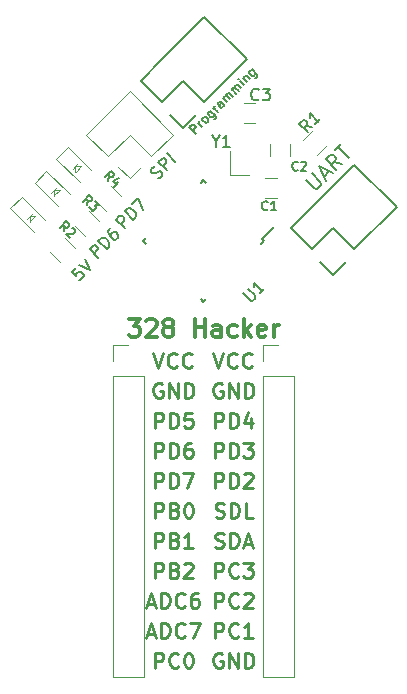
<source format=gto>
G04 #@! TF.GenerationSoftware,KiCad,Pcbnew,5.0.2-bee76a0~70~ubuntu18.04.1*
G04 #@! TF.CreationDate,2019-11-24T20:15:07-05:00*
G04 #@! TF.ProjectId,328_Hacker,3332385f-4861-4636-9b65-722e6b696361,rev?*
G04 #@! TF.SameCoordinates,Original*
G04 #@! TF.FileFunction,Legend,Top*
G04 #@! TF.FilePolarity,Positive*
%FSLAX46Y46*%
G04 Gerber Fmt 4.6, Leading zero omitted, Abs format (unit mm)*
G04 Created by KiCad (PCBNEW 5.0.2-bee76a0~70~ubuntu18.04.1) date Sun 24 Nov 2019 08:15:07 PM EST*
%MOMM*%
%LPD*%
G01*
G04 APERTURE LIST*
%ADD10C,0.203200*%
%ADD11C,0.152400*%
%ADD12C,0.300000*%
%ADD13C,0.254000*%
%ADD14C,0.150000*%
%ADD15C,0.120000*%
%ADD16C,0.100000*%
%ADD17C,0.127000*%
G04 APERTURE END LIST*
D10*
X78502219Y-45593988D02*
X79229192Y-46320961D01*
X79357481Y-46363724D01*
X79443008Y-46363724D01*
X79571297Y-46320961D01*
X79742350Y-46149909D01*
X79785113Y-46021619D01*
X79785113Y-45936093D01*
X79742350Y-45807804D01*
X79015376Y-45080831D01*
X80041691Y-45337409D02*
X80469323Y-44909778D01*
X80212744Y-45679514D02*
X79614060Y-44482147D01*
X80811428Y-45080831D01*
X81623927Y-44268331D02*
X80896954Y-44140042D01*
X81110769Y-44781489D02*
X80212744Y-43883463D01*
X80554849Y-43541358D01*
X80683138Y-43498595D01*
X80768664Y-43498595D01*
X80896954Y-43541358D01*
X81025243Y-43669648D01*
X81068006Y-43797937D01*
X81068006Y-43883463D01*
X81025243Y-44011753D01*
X80683138Y-44353858D01*
X80982480Y-43113727D02*
X81495638Y-42600570D01*
X82137084Y-43755174D02*
X81239059Y-42857148D01*
D11*
X63179366Y-49713232D02*
X62460946Y-48994812D01*
X62734630Y-48721128D01*
X62837261Y-48686917D01*
X62905682Y-48686917D01*
X63008314Y-48721128D01*
X63110945Y-48823759D01*
X63145156Y-48926391D01*
X63145156Y-48994812D01*
X63110945Y-49097443D01*
X62837261Y-49371127D01*
X63897787Y-48994812D02*
X63179366Y-48276391D01*
X63350419Y-48105339D01*
X63487261Y-48036918D01*
X63624103Y-48036918D01*
X63726734Y-48071128D01*
X63897787Y-48173760D01*
X64000418Y-48276391D01*
X64103050Y-48447444D01*
X64137260Y-48550075D01*
X64137260Y-48686917D01*
X64068839Y-48823759D01*
X63897787Y-48994812D01*
X63829366Y-47626392D02*
X64308313Y-47147445D01*
X64718839Y-48173760D01*
X60939086Y-52197352D02*
X60220666Y-51478932D01*
X60494350Y-51205248D01*
X60596981Y-51171037D01*
X60665402Y-51171037D01*
X60768034Y-51205248D01*
X60870665Y-51307879D01*
X60904876Y-51410511D01*
X60904876Y-51478932D01*
X60870665Y-51581563D01*
X60596981Y-51855247D01*
X61657507Y-51478932D02*
X60939086Y-50760511D01*
X61110139Y-50589459D01*
X61246981Y-50521038D01*
X61383823Y-50521038D01*
X61486454Y-50555248D01*
X61657507Y-50657880D01*
X61760138Y-50760511D01*
X61862770Y-50931564D01*
X61896980Y-51034195D01*
X61896980Y-51171037D01*
X61828559Y-51307879D01*
X61657507Y-51478932D01*
X61965401Y-49734196D02*
X61828559Y-49871038D01*
X61794349Y-49973670D01*
X61794349Y-50042091D01*
X61828559Y-50213143D01*
X61931191Y-50384196D01*
X62204875Y-50657880D01*
X62307506Y-50692090D01*
X62375927Y-50692090D01*
X62478559Y-50657880D01*
X62615401Y-50521038D01*
X62649611Y-50418406D01*
X62649611Y-50349985D01*
X62615401Y-50247354D01*
X62444348Y-50076301D01*
X62341717Y-50042091D01*
X62273296Y-50042091D01*
X62170664Y-50076301D01*
X62033822Y-50213143D01*
X61999612Y-50315775D01*
X61999612Y-50384196D01*
X62033822Y-50486827D01*
D12*
X63528571Y-57395371D02*
X64457142Y-57395371D01*
X63957142Y-57966800D01*
X64171428Y-57966800D01*
X64314285Y-58038228D01*
X64385714Y-58109657D01*
X64457142Y-58252514D01*
X64457142Y-58609657D01*
X64385714Y-58752514D01*
X64314285Y-58823942D01*
X64171428Y-58895371D01*
X63742857Y-58895371D01*
X63600000Y-58823942D01*
X63528571Y-58752514D01*
X65028571Y-57538228D02*
X65100000Y-57466800D01*
X65242857Y-57395371D01*
X65600000Y-57395371D01*
X65742857Y-57466800D01*
X65814285Y-57538228D01*
X65885714Y-57681085D01*
X65885714Y-57823942D01*
X65814285Y-58038228D01*
X64957142Y-58895371D01*
X65885714Y-58895371D01*
X66742857Y-58038228D02*
X66600000Y-57966800D01*
X66528571Y-57895371D01*
X66457142Y-57752514D01*
X66457142Y-57681085D01*
X66528571Y-57538228D01*
X66600000Y-57466800D01*
X66742857Y-57395371D01*
X67028571Y-57395371D01*
X67171428Y-57466800D01*
X67242857Y-57538228D01*
X67314285Y-57681085D01*
X67314285Y-57752514D01*
X67242857Y-57895371D01*
X67171428Y-57966800D01*
X67028571Y-58038228D01*
X66742857Y-58038228D01*
X66600000Y-58109657D01*
X66528571Y-58181085D01*
X66457142Y-58323942D01*
X66457142Y-58609657D01*
X66528571Y-58752514D01*
X66600000Y-58823942D01*
X66742857Y-58895371D01*
X67028571Y-58895371D01*
X67171428Y-58823942D01*
X67242857Y-58752514D01*
X67314285Y-58609657D01*
X67314285Y-58323942D01*
X67242857Y-58181085D01*
X67171428Y-58109657D01*
X67028571Y-58038228D01*
X69100000Y-58895371D02*
X69100000Y-57395371D01*
X69100000Y-58109657D02*
X69957142Y-58109657D01*
X69957142Y-58895371D02*
X69957142Y-57395371D01*
X71314285Y-58895371D02*
X71314285Y-58109657D01*
X71242857Y-57966800D01*
X71100000Y-57895371D01*
X70814285Y-57895371D01*
X70671428Y-57966800D01*
X71314285Y-58823942D02*
X71171428Y-58895371D01*
X70814285Y-58895371D01*
X70671428Y-58823942D01*
X70600000Y-58681085D01*
X70600000Y-58538228D01*
X70671428Y-58395371D01*
X70814285Y-58323942D01*
X71171428Y-58323942D01*
X71314285Y-58252514D01*
X72671428Y-58823942D02*
X72528571Y-58895371D01*
X72242857Y-58895371D01*
X72100000Y-58823942D01*
X72028571Y-58752514D01*
X71957142Y-58609657D01*
X71957142Y-58181085D01*
X72028571Y-58038228D01*
X72100000Y-57966800D01*
X72242857Y-57895371D01*
X72528571Y-57895371D01*
X72671428Y-57966800D01*
X73314285Y-58895371D02*
X73314285Y-57395371D01*
X73457142Y-58323942D02*
X73885714Y-58895371D01*
X73885714Y-57895371D02*
X73314285Y-58466800D01*
X75100000Y-58823942D02*
X74957142Y-58895371D01*
X74671428Y-58895371D01*
X74528571Y-58823942D01*
X74457142Y-58681085D01*
X74457142Y-58109657D01*
X74528571Y-57966800D01*
X74671428Y-57895371D01*
X74957142Y-57895371D01*
X75100000Y-57966800D01*
X75171428Y-58109657D01*
X75171428Y-58252514D01*
X74457142Y-58395371D01*
X75814285Y-58895371D02*
X75814285Y-57895371D01*
X75814285Y-58181085D02*
X75885714Y-58038228D01*
X75957142Y-57966800D01*
X76100000Y-57895371D01*
X76242857Y-57895371D01*
D11*
X59080756Y-53048888D02*
X58738651Y-53390993D01*
X59046545Y-53767308D01*
X59046545Y-53698887D01*
X59080756Y-53596256D01*
X59251808Y-53425203D01*
X59354440Y-53390993D01*
X59422861Y-53390993D01*
X59525492Y-53425203D01*
X59696545Y-53596256D01*
X59730755Y-53698887D01*
X59730755Y-53767308D01*
X59696545Y-53869940D01*
X59525492Y-54040992D01*
X59422861Y-54075203D01*
X59354440Y-54075203D01*
X59320229Y-52809414D02*
X60278123Y-53288361D01*
X59799176Y-52330467D01*
D10*
X66001663Y-45501714D02*
X66138505Y-45433293D01*
X66309558Y-45262241D01*
X66343768Y-45159609D01*
X66343768Y-45091188D01*
X66309558Y-44988557D01*
X66241137Y-44920136D01*
X66138505Y-44885925D01*
X66070084Y-44885925D01*
X65967453Y-44920136D01*
X65796400Y-45022767D01*
X65693769Y-45056978D01*
X65625348Y-45056978D01*
X65522716Y-45022767D01*
X65454295Y-44954346D01*
X65420085Y-44851715D01*
X65420085Y-44783294D01*
X65454295Y-44680662D01*
X65625348Y-44509610D01*
X65762190Y-44441189D01*
X66754294Y-44817504D02*
X66035874Y-44099084D01*
X66309558Y-43825400D01*
X66412189Y-43791190D01*
X66480610Y-43791190D01*
X66583241Y-43825400D01*
X66685873Y-43928032D01*
X66720083Y-44030663D01*
X66720083Y-44099084D01*
X66685873Y-44201716D01*
X66412189Y-44475400D01*
X67472714Y-44099084D02*
X66754294Y-43380664D01*
D11*
X69207160Y-41711919D02*
X68668344Y-41173104D01*
X68873607Y-40967841D01*
X68950581Y-40942183D01*
X69001897Y-40942183D01*
X69078870Y-40967841D01*
X69155844Y-41044814D01*
X69181502Y-41121788D01*
X69181502Y-41173104D01*
X69155844Y-41250077D01*
X68950581Y-41455340D01*
X69745975Y-41173104D02*
X69386765Y-40813893D01*
X69489396Y-40916525D02*
X69463738Y-40839551D01*
X69463738Y-40788235D01*
X69489396Y-40711262D01*
X69540712Y-40659946D01*
X70156501Y-40762578D02*
X70079527Y-40788235D01*
X70028212Y-40788235D01*
X69951238Y-40762578D01*
X69797291Y-40608630D01*
X69771633Y-40531657D01*
X69771633Y-40480341D01*
X69797291Y-40403367D01*
X69874264Y-40326394D01*
X69951238Y-40300736D01*
X70002554Y-40300736D01*
X70079527Y-40326394D01*
X70233475Y-40480341D01*
X70259133Y-40557315D01*
X70259133Y-40608630D01*
X70233475Y-40685604D01*
X70156501Y-40762578D01*
X70438738Y-39761920D02*
X70874922Y-40198104D01*
X70900579Y-40275078D01*
X70900579Y-40326394D01*
X70874922Y-40403367D01*
X70797948Y-40480341D01*
X70720974Y-40505999D01*
X70772290Y-40095473D02*
X70746632Y-40172446D01*
X70644001Y-40275078D01*
X70567027Y-40300736D01*
X70515711Y-40300736D01*
X70438738Y-40275078D01*
X70284790Y-40121131D01*
X70259133Y-40044157D01*
X70259133Y-39992841D01*
X70284790Y-39915868D01*
X70387422Y-39813236D01*
X70464396Y-39787578D01*
X71054527Y-39864552D02*
X70695316Y-39505342D01*
X70797948Y-39607973D02*
X70772290Y-39531000D01*
X70772290Y-39479684D01*
X70797948Y-39402710D01*
X70849264Y-39351394D01*
X71619000Y-39300079D02*
X71336763Y-39017842D01*
X71259790Y-38992184D01*
X71182816Y-39017842D01*
X71080185Y-39120474D01*
X71054527Y-39197447D01*
X71593342Y-39274421D02*
X71567684Y-39351394D01*
X71439395Y-39479684D01*
X71362421Y-39505342D01*
X71285448Y-39479684D01*
X71234132Y-39428368D01*
X71208474Y-39351394D01*
X71234132Y-39274421D01*
X71362421Y-39146131D01*
X71388079Y-39069158D01*
X71875579Y-39043500D02*
X71516368Y-38684290D01*
X71567684Y-38735605D02*
X71567684Y-38684290D01*
X71593342Y-38607316D01*
X71670316Y-38530342D01*
X71747289Y-38504685D01*
X71824263Y-38530342D01*
X72106500Y-38812579D01*
X71824263Y-38530342D02*
X71798605Y-38453369D01*
X71824263Y-38376395D01*
X71901237Y-38299422D01*
X71978210Y-38273764D01*
X72055184Y-38299422D01*
X72337420Y-38581658D01*
X72593999Y-38325079D02*
X72234789Y-37965869D01*
X72286105Y-38017185D02*
X72286105Y-37965869D01*
X72311763Y-37888896D01*
X72388736Y-37811922D01*
X72465710Y-37786264D01*
X72542683Y-37811922D01*
X72824920Y-38094159D01*
X72542683Y-37811922D02*
X72517026Y-37734948D01*
X72542683Y-37657975D01*
X72619657Y-37581001D01*
X72696631Y-37555343D01*
X72773604Y-37581001D01*
X73055841Y-37863238D01*
X73312420Y-37606659D02*
X72953209Y-37247449D01*
X72773604Y-37067844D02*
X72773604Y-37119159D01*
X72824920Y-37119159D01*
X72824920Y-37067844D01*
X72773604Y-37067844D01*
X72824920Y-37119159D01*
X73209788Y-36990870D02*
X73568998Y-37350080D01*
X73261104Y-37042186D02*
X73261104Y-36990870D01*
X73286762Y-36913896D01*
X73363735Y-36836923D01*
X73440709Y-36811265D01*
X73517683Y-36836923D01*
X73799919Y-37119159D01*
X73928209Y-36272449D02*
X74364393Y-36708633D01*
X74390050Y-36785607D01*
X74390050Y-36836923D01*
X74364393Y-36913896D01*
X74287419Y-36990870D01*
X74210445Y-37016528D01*
X74261761Y-36606002D02*
X74236103Y-36682975D01*
X74133472Y-36785607D01*
X74056498Y-36811265D01*
X74005182Y-36811265D01*
X73928209Y-36785607D01*
X73774261Y-36631660D01*
X73748604Y-36554686D01*
X73748604Y-36503370D01*
X73774261Y-36426397D01*
X73876893Y-36323765D01*
X73953867Y-36298107D01*
D13*
X70817619Y-66614523D02*
X70817619Y-65344523D01*
X71301428Y-65344523D01*
X71422380Y-65405000D01*
X71482857Y-65465476D01*
X71543333Y-65586428D01*
X71543333Y-65767857D01*
X71482857Y-65888809D01*
X71422380Y-65949285D01*
X71301428Y-66009761D01*
X70817619Y-66009761D01*
X72087619Y-66614523D02*
X72087619Y-65344523D01*
X72390000Y-65344523D01*
X72571428Y-65405000D01*
X72692380Y-65525952D01*
X72752857Y-65646904D01*
X72813333Y-65888809D01*
X72813333Y-66070238D01*
X72752857Y-66312142D01*
X72692380Y-66433095D01*
X72571428Y-66554047D01*
X72390000Y-66614523D01*
X72087619Y-66614523D01*
X73901904Y-65767857D02*
X73901904Y-66614523D01*
X73599523Y-65284047D02*
X73297142Y-66191190D01*
X74083333Y-66191190D01*
X70817619Y-79314523D02*
X70817619Y-78044523D01*
X71301428Y-78044523D01*
X71422380Y-78105000D01*
X71482857Y-78165476D01*
X71543333Y-78286428D01*
X71543333Y-78467857D01*
X71482857Y-78588809D01*
X71422380Y-78649285D01*
X71301428Y-78709761D01*
X70817619Y-78709761D01*
X72813333Y-79193571D02*
X72752857Y-79254047D01*
X72571428Y-79314523D01*
X72450476Y-79314523D01*
X72269047Y-79254047D01*
X72148095Y-79133095D01*
X72087619Y-79012142D01*
X72027142Y-78770238D01*
X72027142Y-78588809D01*
X72087619Y-78346904D01*
X72148095Y-78225952D01*
X72269047Y-78105000D01*
X72450476Y-78044523D01*
X72571428Y-78044523D01*
X72752857Y-78105000D01*
X72813333Y-78165476D01*
X73236666Y-78044523D02*
X74022857Y-78044523D01*
X73599523Y-78528333D01*
X73780952Y-78528333D01*
X73901904Y-78588809D01*
X73962380Y-78649285D01*
X74022857Y-78770238D01*
X74022857Y-79072619D01*
X73962380Y-79193571D01*
X73901904Y-79254047D01*
X73780952Y-79314523D01*
X73418095Y-79314523D01*
X73297142Y-79254047D01*
X73236666Y-79193571D01*
X70817619Y-84394523D02*
X70817619Y-83124523D01*
X71301428Y-83124523D01*
X71422380Y-83185000D01*
X71482857Y-83245476D01*
X71543333Y-83366428D01*
X71543333Y-83547857D01*
X71482857Y-83668809D01*
X71422380Y-83729285D01*
X71301428Y-83789761D01*
X70817619Y-83789761D01*
X72813333Y-84273571D02*
X72752857Y-84334047D01*
X72571428Y-84394523D01*
X72450476Y-84394523D01*
X72269047Y-84334047D01*
X72148095Y-84213095D01*
X72087619Y-84092142D01*
X72027142Y-83850238D01*
X72027142Y-83668809D01*
X72087619Y-83426904D01*
X72148095Y-83305952D01*
X72269047Y-83185000D01*
X72450476Y-83124523D01*
X72571428Y-83124523D01*
X72752857Y-83185000D01*
X72813333Y-83245476D01*
X74022857Y-84394523D02*
X73297142Y-84394523D01*
X73660000Y-84394523D02*
X73660000Y-83124523D01*
X73539047Y-83305952D01*
X73418095Y-83426904D01*
X73297142Y-83487380D01*
X70878095Y-74174047D02*
X71059523Y-74234523D01*
X71361904Y-74234523D01*
X71482857Y-74174047D01*
X71543333Y-74113571D01*
X71603809Y-73992619D01*
X71603809Y-73871666D01*
X71543333Y-73750714D01*
X71482857Y-73690238D01*
X71361904Y-73629761D01*
X71120000Y-73569285D01*
X70999047Y-73508809D01*
X70938571Y-73448333D01*
X70878095Y-73327380D01*
X70878095Y-73206428D01*
X70938571Y-73085476D01*
X70999047Y-73025000D01*
X71120000Y-72964523D01*
X71422380Y-72964523D01*
X71603809Y-73025000D01*
X72148095Y-74234523D02*
X72148095Y-72964523D01*
X72450476Y-72964523D01*
X72631904Y-73025000D01*
X72752857Y-73145952D01*
X72813333Y-73266904D01*
X72873809Y-73508809D01*
X72873809Y-73690238D01*
X72813333Y-73932142D01*
X72752857Y-74053095D01*
X72631904Y-74174047D01*
X72450476Y-74234523D01*
X72148095Y-74234523D01*
X74022857Y-74234523D02*
X73418095Y-74234523D01*
X73418095Y-72964523D01*
X70817619Y-81854523D02*
X70817619Y-80584523D01*
X71301428Y-80584523D01*
X71422380Y-80645000D01*
X71482857Y-80705476D01*
X71543333Y-80826428D01*
X71543333Y-81007857D01*
X71482857Y-81128809D01*
X71422380Y-81189285D01*
X71301428Y-81249761D01*
X70817619Y-81249761D01*
X72813333Y-81733571D02*
X72752857Y-81794047D01*
X72571428Y-81854523D01*
X72450476Y-81854523D01*
X72269047Y-81794047D01*
X72148095Y-81673095D01*
X72087619Y-81552142D01*
X72027142Y-81310238D01*
X72027142Y-81128809D01*
X72087619Y-80886904D01*
X72148095Y-80765952D01*
X72269047Y-80645000D01*
X72450476Y-80584523D01*
X72571428Y-80584523D01*
X72752857Y-80645000D01*
X72813333Y-80705476D01*
X73297142Y-80705476D02*
X73357619Y-80645000D01*
X73478571Y-80584523D01*
X73780952Y-80584523D01*
X73901904Y-80645000D01*
X73962380Y-80705476D01*
X74022857Y-80826428D01*
X74022857Y-80947380D01*
X73962380Y-81128809D01*
X73236666Y-81854523D01*
X74022857Y-81854523D01*
X70817619Y-69154523D02*
X70817619Y-67884523D01*
X71301428Y-67884523D01*
X71422380Y-67945000D01*
X71482857Y-68005476D01*
X71543333Y-68126428D01*
X71543333Y-68307857D01*
X71482857Y-68428809D01*
X71422380Y-68489285D01*
X71301428Y-68549761D01*
X70817619Y-68549761D01*
X72087619Y-69154523D02*
X72087619Y-67884523D01*
X72390000Y-67884523D01*
X72571428Y-67945000D01*
X72692380Y-68065952D01*
X72752857Y-68186904D01*
X72813333Y-68428809D01*
X72813333Y-68610238D01*
X72752857Y-68852142D01*
X72692380Y-68973095D01*
X72571428Y-69094047D01*
X72390000Y-69154523D01*
X72087619Y-69154523D01*
X73236666Y-67884523D02*
X74022857Y-67884523D01*
X73599523Y-68368333D01*
X73780952Y-68368333D01*
X73901904Y-68428809D01*
X73962380Y-68489285D01*
X74022857Y-68610238D01*
X74022857Y-68912619D01*
X73962380Y-69033571D01*
X73901904Y-69094047D01*
X73780952Y-69154523D01*
X73418095Y-69154523D01*
X73297142Y-69094047D01*
X73236666Y-69033571D01*
X71422380Y-62865000D02*
X71301428Y-62804523D01*
X71120000Y-62804523D01*
X70938571Y-62865000D01*
X70817619Y-62985952D01*
X70757142Y-63106904D01*
X70696666Y-63348809D01*
X70696666Y-63530238D01*
X70757142Y-63772142D01*
X70817619Y-63893095D01*
X70938571Y-64014047D01*
X71120000Y-64074523D01*
X71240952Y-64074523D01*
X71422380Y-64014047D01*
X71482857Y-63953571D01*
X71482857Y-63530238D01*
X71240952Y-63530238D01*
X72027142Y-64074523D02*
X72027142Y-62804523D01*
X72752857Y-64074523D01*
X72752857Y-62804523D01*
X73357619Y-64074523D02*
X73357619Y-62804523D01*
X73660000Y-62804523D01*
X73841428Y-62865000D01*
X73962380Y-62985952D01*
X74022857Y-63106904D01*
X74083333Y-63348809D01*
X74083333Y-63530238D01*
X74022857Y-63772142D01*
X73962380Y-63893095D01*
X73841428Y-64014047D01*
X73660000Y-64074523D01*
X73357619Y-64074523D01*
X71422380Y-85725000D02*
X71301428Y-85664523D01*
X71120000Y-85664523D01*
X70938571Y-85725000D01*
X70817619Y-85845952D01*
X70757142Y-85966904D01*
X70696666Y-86208809D01*
X70696666Y-86390238D01*
X70757142Y-86632142D01*
X70817619Y-86753095D01*
X70938571Y-86874047D01*
X71120000Y-86934523D01*
X71240952Y-86934523D01*
X71422380Y-86874047D01*
X71482857Y-86813571D01*
X71482857Y-86390238D01*
X71240952Y-86390238D01*
X72027142Y-86934523D02*
X72027142Y-85664523D01*
X72752857Y-86934523D01*
X72752857Y-85664523D01*
X73357619Y-86934523D02*
X73357619Y-85664523D01*
X73660000Y-85664523D01*
X73841428Y-85725000D01*
X73962380Y-85845952D01*
X74022857Y-85966904D01*
X74083333Y-86208809D01*
X74083333Y-86390238D01*
X74022857Y-86632142D01*
X73962380Y-86753095D01*
X73841428Y-86874047D01*
X73660000Y-86934523D01*
X73357619Y-86934523D01*
X70847857Y-76714047D02*
X71029285Y-76774523D01*
X71331666Y-76774523D01*
X71452619Y-76714047D01*
X71513095Y-76653571D01*
X71573571Y-76532619D01*
X71573571Y-76411666D01*
X71513095Y-76290714D01*
X71452619Y-76230238D01*
X71331666Y-76169761D01*
X71089761Y-76109285D01*
X70968809Y-76048809D01*
X70908333Y-75988333D01*
X70847857Y-75867380D01*
X70847857Y-75746428D01*
X70908333Y-75625476D01*
X70968809Y-75565000D01*
X71089761Y-75504523D01*
X71392142Y-75504523D01*
X71573571Y-75565000D01*
X72117857Y-76774523D02*
X72117857Y-75504523D01*
X72420238Y-75504523D01*
X72601666Y-75565000D01*
X72722619Y-75685952D01*
X72783095Y-75806904D01*
X72843571Y-76048809D01*
X72843571Y-76230238D01*
X72783095Y-76472142D01*
X72722619Y-76593095D01*
X72601666Y-76714047D01*
X72420238Y-76774523D01*
X72117857Y-76774523D01*
X73327380Y-76411666D02*
X73932142Y-76411666D01*
X73206428Y-76774523D02*
X73629761Y-75504523D01*
X74053095Y-76774523D01*
X70817619Y-71694523D02*
X70817619Y-70424523D01*
X71301428Y-70424523D01*
X71422380Y-70485000D01*
X71482857Y-70545476D01*
X71543333Y-70666428D01*
X71543333Y-70847857D01*
X71482857Y-70968809D01*
X71422380Y-71029285D01*
X71301428Y-71089761D01*
X70817619Y-71089761D01*
X72087619Y-71694523D02*
X72087619Y-70424523D01*
X72390000Y-70424523D01*
X72571428Y-70485000D01*
X72692380Y-70605952D01*
X72752857Y-70726904D01*
X72813333Y-70968809D01*
X72813333Y-71150238D01*
X72752857Y-71392142D01*
X72692380Y-71513095D01*
X72571428Y-71634047D01*
X72390000Y-71694523D01*
X72087619Y-71694523D01*
X73297142Y-70545476D02*
X73357619Y-70485000D01*
X73478571Y-70424523D01*
X73780952Y-70424523D01*
X73901904Y-70485000D01*
X73962380Y-70545476D01*
X74022857Y-70666428D01*
X74022857Y-70787380D01*
X73962380Y-70968809D01*
X73236666Y-71694523D01*
X74022857Y-71694523D01*
X65737619Y-86934523D02*
X65737619Y-85664523D01*
X66221428Y-85664523D01*
X66342380Y-85725000D01*
X66402857Y-85785476D01*
X66463333Y-85906428D01*
X66463333Y-86087857D01*
X66402857Y-86208809D01*
X66342380Y-86269285D01*
X66221428Y-86329761D01*
X65737619Y-86329761D01*
X67733333Y-86813571D02*
X67672857Y-86874047D01*
X67491428Y-86934523D01*
X67370476Y-86934523D01*
X67189047Y-86874047D01*
X67068095Y-86753095D01*
X67007619Y-86632142D01*
X66947142Y-86390238D01*
X66947142Y-86208809D01*
X67007619Y-85966904D01*
X67068095Y-85845952D01*
X67189047Y-85725000D01*
X67370476Y-85664523D01*
X67491428Y-85664523D01*
X67672857Y-85725000D01*
X67733333Y-85785476D01*
X68519523Y-85664523D02*
X68640476Y-85664523D01*
X68761428Y-85725000D01*
X68821904Y-85785476D01*
X68882380Y-85906428D01*
X68942857Y-86148333D01*
X68942857Y-86450714D01*
X68882380Y-86692619D01*
X68821904Y-86813571D01*
X68761428Y-86874047D01*
X68640476Y-86934523D01*
X68519523Y-86934523D01*
X68398571Y-86874047D01*
X68338095Y-86813571D01*
X68277619Y-86692619D01*
X68217142Y-86450714D01*
X68217142Y-86148333D01*
X68277619Y-85906428D01*
X68338095Y-85785476D01*
X68398571Y-85725000D01*
X68519523Y-85664523D01*
X65132857Y-81491666D02*
X65737619Y-81491666D01*
X65011904Y-81854523D02*
X65435238Y-80584523D01*
X65858571Y-81854523D01*
X66281904Y-81854523D02*
X66281904Y-80584523D01*
X66584285Y-80584523D01*
X66765714Y-80645000D01*
X66886666Y-80765952D01*
X66947142Y-80886904D01*
X67007619Y-81128809D01*
X67007619Y-81310238D01*
X66947142Y-81552142D01*
X66886666Y-81673095D01*
X66765714Y-81794047D01*
X66584285Y-81854523D01*
X66281904Y-81854523D01*
X68277619Y-81733571D02*
X68217142Y-81794047D01*
X68035714Y-81854523D01*
X67914761Y-81854523D01*
X67733333Y-81794047D01*
X67612380Y-81673095D01*
X67551904Y-81552142D01*
X67491428Y-81310238D01*
X67491428Y-81128809D01*
X67551904Y-80886904D01*
X67612380Y-80765952D01*
X67733333Y-80645000D01*
X67914761Y-80584523D01*
X68035714Y-80584523D01*
X68217142Y-80645000D01*
X68277619Y-80705476D01*
X69366190Y-80584523D02*
X69124285Y-80584523D01*
X69003333Y-80645000D01*
X68942857Y-80705476D01*
X68821904Y-80886904D01*
X68761428Y-81128809D01*
X68761428Y-81612619D01*
X68821904Y-81733571D01*
X68882380Y-81794047D01*
X69003333Y-81854523D01*
X69245238Y-81854523D01*
X69366190Y-81794047D01*
X69426666Y-81733571D01*
X69487142Y-81612619D01*
X69487142Y-81310238D01*
X69426666Y-81189285D01*
X69366190Y-81128809D01*
X69245238Y-81068333D01*
X69003333Y-81068333D01*
X68882380Y-81128809D01*
X68821904Y-81189285D01*
X68761428Y-81310238D01*
X65132857Y-84034206D02*
X65737619Y-84034206D01*
X65011904Y-84397063D02*
X65435238Y-83127063D01*
X65858571Y-84397063D01*
X66281904Y-84397063D02*
X66281904Y-83127063D01*
X66584285Y-83127063D01*
X66765714Y-83187540D01*
X66886666Y-83308492D01*
X66947142Y-83429444D01*
X67007619Y-83671349D01*
X67007619Y-83852778D01*
X66947142Y-84094682D01*
X66886666Y-84215635D01*
X66765714Y-84336587D01*
X66584285Y-84397063D01*
X66281904Y-84397063D01*
X68277619Y-84276111D02*
X68217142Y-84336587D01*
X68035714Y-84397063D01*
X67914761Y-84397063D01*
X67733333Y-84336587D01*
X67612380Y-84215635D01*
X67551904Y-84094682D01*
X67491428Y-83852778D01*
X67491428Y-83671349D01*
X67551904Y-83429444D01*
X67612380Y-83308492D01*
X67733333Y-83187540D01*
X67914761Y-83127063D01*
X68035714Y-83127063D01*
X68217142Y-83187540D01*
X68277619Y-83248016D01*
X68700952Y-83127063D02*
X69547619Y-83127063D01*
X69003333Y-84397063D01*
X65737619Y-79314523D02*
X65737619Y-78044523D01*
X66221428Y-78044523D01*
X66342380Y-78105000D01*
X66402857Y-78165476D01*
X66463333Y-78286428D01*
X66463333Y-78467857D01*
X66402857Y-78588809D01*
X66342380Y-78649285D01*
X66221428Y-78709761D01*
X65737619Y-78709761D01*
X67430952Y-78649285D02*
X67612380Y-78709761D01*
X67672857Y-78770238D01*
X67733333Y-78891190D01*
X67733333Y-79072619D01*
X67672857Y-79193571D01*
X67612380Y-79254047D01*
X67491428Y-79314523D01*
X67007619Y-79314523D01*
X67007619Y-78044523D01*
X67430952Y-78044523D01*
X67551904Y-78105000D01*
X67612380Y-78165476D01*
X67672857Y-78286428D01*
X67672857Y-78407380D01*
X67612380Y-78528333D01*
X67551904Y-78588809D01*
X67430952Y-78649285D01*
X67007619Y-78649285D01*
X68217142Y-78165476D02*
X68277619Y-78105000D01*
X68398571Y-78044523D01*
X68700952Y-78044523D01*
X68821904Y-78105000D01*
X68882380Y-78165476D01*
X68942857Y-78286428D01*
X68942857Y-78407380D01*
X68882380Y-78588809D01*
X68156666Y-79314523D01*
X68942857Y-79314523D01*
X65737619Y-76774523D02*
X65737619Y-75504523D01*
X66221428Y-75504523D01*
X66342380Y-75565000D01*
X66402857Y-75625476D01*
X66463333Y-75746428D01*
X66463333Y-75927857D01*
X66402857Y-76048809D01*
X66342380Y-76109285D01*
X66221428Y-76169761D01*
X65737619Y-76169761D01*
X67430952Y-76109285D02*
X67612380Y-76169761D01*
X67672857Y-76230238D01*
X67733333Y-76351190D01*
X67733333Y-76532619D01*
X67672857Y-76653571D01*
X67612380Y-76714047D01*
X67491428Y-76774523D01*
X67007619Y-76774523D01*
X67007619Y-75504523D01*
X67430952Y-75504523D01*
X67551904Y-75565000D01*
X67612380Y-75625476D01*
X67672857Y-75746428D01*
X67672857Y-75867380D01*
X67612380Y-75988333D01*
X67551904Y-76048809D01*
X67430952Y-76109285D01*
X67007619Y-76109285D01*
X68942857Y-76774523D02*
X68217142Y-76774523D01*
X68580000Y-76774523D02*
X68580000Y-75504523D01*
X68459047Y-75685952D01*
X68338095Y-75806904D01*
X68217142Y-75867380D01*
X65737619Y-74234523D02*
X65737619Y-72964523D01*
X66221428Y-72964523D01*
X66342380Y-73025000D01*
X66402857Y-73085476D01*
X66463333Y-73206428D01*
X66463333Y-73387857D01*
X66402857Y-73508809D01*
X66342380Y-73569285D01*
X66221428Y-73629761D01*
X65737619Y-73629761D01*
X67430952Y-73569285D02*
X67612380Y-73629761D01*
X67672857Y-73690238D01*
X67733333Y-73811190D01*
X67733333Y-73992619D01*
X67672857Y-74113571D01*
X67612380Y-74174047D01*
X67491428Y-74234523D01*
X67007619Y-74234523D01*
X67007619Y-72964523D01*
X67430952Y-72964523D01*
X67551904Y-73025000D01*
X67612380Y-73085476D01*
X67672857Y-73206428D01*
X67672857Y-73327380D01*
X67612380Y-73448333D01*
X67551904Y-73508809D01*
X67430952Y-73569285D01*
X67007619Y-73569285D01*
X68519523Y-72964523D02*
X68640476Y-72964523D01*
X68761428Y-73025000D01*
X68821904Y-73085476D01*
X68882380Y-73206428D01*
X68942857Y-73448333D01*
X68942857Y-73750714D01*
X68882380Y-73992619D01*
X68821904Y-74113571D01*
X68761428Y-74174047D01*
X68640476Y-74234523D01*
X68519523Y-74234523D01*
X68398571Y-74174047D01*
X68338095Y-74113571D01*
X68277619Y-73992619D01*
X68217142Y-73750714D01*
X68217142Y-73448333D01*
X68277619Y-73206428D01*
X68338095Y-73085476D01*
X68398571Y-73025000D01*
X68519523Y-72964523D01*
X65737619Y-71694523D02*
X65737619Y-70424523D01*
X66221428Y-70424523D01*
X66342380Y-70485000D01*
X66402857Y-70545476D01*
X66463333Y-70666428D01*
X66463333Y-70847857D01*
X66402857Y-70968809D01*
X66342380Y-71029285D01*
X66221428Y-71089761D01*
X65737619Y-71089761D01*
X67007619Y-71694523D02*
X67007619Y-70424523D01*
X67310000Y-70424523D01*
X67491428Y-70485000D01*
X67612380Y-70605952D01*
X67672857Y-70726904D01*
X67733333Y-70968809D01*
X67733333Y-71150238D01*
X67672857Y-71392142D01*
X67612380Y-71513095D01*
X67491428Y-71634047D01*
X67310000Y-71694523D01*
X67007619Y-71694523D01*
X68156666Y-70424523D02*
X69003333Y-70424523D01*
X68459047Y-71694523D01*
X65737619Y-69154523D02*
X65737619Y-67884523D01*
X66221428Y-67884523D01*
X66342380Y-67945000D01*
X66402857Y-68005476D01*
X66463333Y-68126428D01*
X66463333Y-68307857D01*
X66402857Y-68428809D01*
X66342380Y-68489285D01*
X66221428Y-68549761D01*
X65737619Y-68549761D01*
X67007619Y-69154523D02*
X67007619Y-67884523D01*
X67310000Y-67884523D01*
X67491428Y-67945000D01*
X67612380Y-68065952D01*
X67672857Y-68186904D01*
X67733333Y-68428809D01*
X67733333Y-68610238D01*
X67672857Y-68852142D01*
X67612380Y-68973095D01*
X67491428Y-69094047D01*
X67310000Y-69154523D01*
X67007619Y-69154523D01*
X68821904Y-67884523D02*
X68580000Y-67884523D01*
X68459047Y-67945000D01*
X68398571Y-68005476D01*
X68277619Y-68186904D01*
X68217142Y-68428809D01*
X68217142Y-68912619D01*
X68277619Y-69033571D01*
X68338095Y-69094047D01*
X68459047Y-69154523D01*
X68700952Y-69154523D01*
X68821904Y-69094047D01*
X68882380Y-69033571D01*
X68942857Y-68912619D01*
X68942857Y-68610238D01*
X68882380Y-68489285D01*
X68821904Y-68428809D01*
X68700952Y-68368333D01*
X68459047Y-68368333D01*
X68338095Y-68428809D01*
X68277619Y-68489285D01*
X68217142Y-68610238D01*
X65737619Y-66614523D02*
X65737619Y-65344523D01*
X66221428Y-65344523D01*
X66342380Y-65405000D01*
X66402857Y-65465476D01*
X66463333Y-65586428D01*
X66463333Y-65767857D01*
X66402857Y-65888809D01*
X66342380Y-65949285D01*
X66221428Y-66009761D01*
X65737619Y-66009761D01*
X67007619Y-66614523D02*
X67007619Y-65344523D01*
X67310000Y-65344523D01*
X67491428Y-65405000D01*
X67612380Y-65525952D01*
X67672857Y-65646904D01*
X67733333Y-65888809D01*
X67733333Y-66070238D01*
X67672857Y-66312142D01*
X67612380Y-66433095D01*
X67491428Y-66554047D01*
X67310000Y-66614523D01*
X67007619Y-66614523D01*
X68882380Y-65344523D02*
X68277619Y-65344523D01*
X68217142Y-65949285D01*
X68277619Y-65888809D01*
X68398571Y-65828333D01*
X68700952Y-65828333D01*
X68821904Y-65888809D01*
X68882380Y-65949285D01*
X68942857Y-66070238D01*
X68942857Y-66372619D01*
X68882380Y-66493571D01*
X68821904Y-66554047D01*
X68700952Y-66614523D01*
X68398571Y-66614523D01*
X68277619Y-66554047D01*
X68217142Y-66493571D01*
X66342380Y-62865000D02*
X66221428Y-62804523D01*
X66040000Y-62804523D01*
X65858571Y-62865000D01*
X65737619Y-62985952D01*
X65677142Y-63106904D01*
X65616666Y-63348809D01*
X65616666Y-63530238D01*
X65677142Y-63772142D01*
X65737619Y-63893095D01*
X65858571Y-64014047D01*
X66040000Y-64074523D01*
X66160952Y-64074523D01*
X66342380Y-64014047D01*
X66402857Y-63953571D01*
X66402857Y-63530238D01*
X66160952Y-63530238D01*
X66947142Y-64074523D02*
X66947142Y-62804523D01*
X67672857Y-64074523D01*
X67672857Y-62804523D01*
X68277619Y-64074523D02*
X68277619Y-62804523D01*
X68580000Y-62804523D01*
X68761428Y-62865000D01*
X68882380Y-62985952D01*
X68942857Y-63106904D01*
X69003333Y-63348809D01*
X69003333Y-63530238D01*
X68942857Y-63772142D01*
X68882380Y-63893095D01*
X68761428Y-64014047D01*
X68580000Y-64074523D01*
X68277619Y-64074523D01*
X70696666Y-60264523D02*
X71120000Y-61534523D01*
X71543333Y-60264523D01*
X72692380Y-61413571D02*
X72631904Y-61474047D01*
X72450476Y-61534523D01*
X72329523Y-61534523D01*
X72148095Y-61474047D01*
X72027142Y-61353095D01*
X71966666Y-61232142D01*
X71906190Y-60990238D01*
X71906190Y-60808809D01*
X71966666Y-60566904D01*
X72027142Y-60445952D01*
X72148095Y-60325000D01*
X72329523Y-60264523D01*
X72450476Y-60264523D01*
X72631904Y-60325000D01*
X72692380Y-60385476D01*
X73962380Y-61413571D02*
X73901904Y-61474047D01*
X73720476Y-61534523D01*
X73599523Y-61534523D01*
X73418095Y-61474047D01*
X73297142Y-61353095D01*
X73236666Y-61232142D01*
X73176190Y-60990238D01*
X73176190Y-60808809D01*
X73236666Y-60566904D01*
X73297142Y-60445952D01*
X73418095Y-60325000D01*
X73599523Y-60264523D01*
X73720476Y-60264523D01*
X73901904Y-60325000D01*
X73962380Y-60385476D01*
X65616666Y-60264523D02*
X66040000Y-61534523D01*
X66463333Y-60264523D01*
X67612380Y-61413571D02*
X67551904Y-61474047D01*
X67370476Y-61534523D01*
X67249523Y-61534523D01*
X67068095Y-61474047D01*
X66947142Y-61353095D01*
X66886666Y-61232142D01*
X66826190Y-60990238D01*
X66826190Y-60808809D01*
X66886666Y-60566904D01*
X66947142Y-60445952D01*
X67068095Y-60325000D01*
X67249523Y-60264523D01*
X67370476Y-60264523D01*
X67551904Y-60325000D01*
X67612380Y-60385476D01*
X68882380Y-61413571D02*
X68821904Y-61474047D01*
X68640476Y-61534523D01*
X68519523Y-61534523D01*
X68338095Y-61474047D01*
X68217142Y-61353095D01*
X68156666Y-61232142D01*
X68096190Y-60990238D01*
X68096190Y-60808809D01*
X68156666Y-60566904D01*
X68217142Y-60445952D01*
X68338095Y-60325000D01*
X68519523Y-60264523D01*
X68640476Y-60264523D01*
X68821904Y-60325000D01*
X68882380Y-60385476D01*
D14*
G04 #@! TO.C,J4*
X69918851Y-39014400D02*
X73510954Y-35422298D01*
X68122800Y-41206431D02*
X67026784Y-40110416D01*
X66326749Y-39014400D02*
X68122800Y-37218349D01*
X68122800Y-37218349D02*
X69918851Y-39014400D01*
X73510954Y-35422298D02*
X69918851Y-31830195D01*
X69918851Y-31830195D02*
X66326749Y-35422298D01*
X68122800Y-41206431D02*
X69218816Y-40110416D01*
X64530698Y-37218349D02*
X66326749Y-39014400D01*
X66326749Y-35422298D02*
X64530698Y-37218349D01*
D15*
G04 #@! TO.C,C1*
X75065000Y-47169440D02*
X76065000Y-47169440D01*
X76065000Y-45469440D02*
X75065000Y-45469440D01*
G04 #@! TO.C,C2*
X75471920Y-42575860D02*
X75471920Y-43575860D01*
X77171920Y-43575860D02*
X77171920Y-42575860D01*
G04 #@! TO.C,C3*
X73251440Y-40811820D02*
X74251440Y-40811820D01*
X74251440Y-39111820D02*
X73251440Y-39111820D01*
D14*
G04 #@! TO.C,J3*
X79026749Y-47919098D02*
X77230698Y-49715149D01*
X77230698Y-49715149D02*
X79026749Y-51511200D01*
X80822800Y-53703231D02*
X81918816Y-52607216D01*
X82618851Y-44326995D02*
X79026749Y-47919098D01*
X86210954Y-47919098D02*
X82618851Y-44326995D01*
X80822800Y-49715149D02*
X82618851Y-51511200D01*
X79026749Y-51511200D02*
X80822800Y-49715149D01*
X80822800Y-53703231D02*
X79726784Y-52607216D01*
X82618851Y-51511200D02*
X86210954Y-47919098D01*
D15*
G04 #@! TO.C,R1*
X78254822Y-42260650D02*
X79103350Y-41412122D01*
X80347858Y-42656630D02*
X79499330Y-43505158D01*
D14*
G04 #@! TO.C,U1*
X74976524Y-50800000D02*
X74817425Y-50640901D01*
X69850000Y-55926524D02*
X69620190Y-55696714D01*
X64723476Y-50800000D02*
X64953286Y-51029810D01*
X69850000Y-45673476D02*
X70079810Y-45903286D01*
X74976524Y-50800000D02*
X74746714Y-51029810D01*
X69850000Y-45673476D02*
X69620190Y-45903286D01*
X64723476Y-50800000D02*
X64953286Y-50570190D01*
X69850000Y-55926524D02*
X70079810Y-55696714D01*
X74817425Y-50640901D02*
X75825052Y-49633274D01*
D16*
G04 #@! TO.C,Y1*
X72087940Y-45180000D02*
X72087940Y-43180000D01*
X72087940Y-45180000D02*
X73687940Y-45180000D01*
D15*
G04 #@! TO.C,J1*
X62170000Y-87690000D02*
X64830000Y-87690000D01*
X62170000Y-62230000D02*
X62170000Y-87690000D01*
X64830000Y-62230000D02*
X64830000Y-87690000D01*
X62170000Y-62230000D02*
X64830000Y-62230000D01*
X62170000Y-60960000D02*
X62170000Y-59630000D01*
X62170000Y-59630000D02*
X63500000Y-59630000D01*
G04 #@! TO.C,J2*
X74870000Y-59630000D02*
X76200000Y-59630000D01*
X74870000Y-60960000D02*
X74870000Y-59630000D01*
X74870000Y-62230000D02*
X77530000Y-62230000D01*
X77530000Y-62230000D02*
X77530000Y-87690000D01*
X74870000Y-62230000D02*
X74870000Y-87690000D01*
X74870000Y-87690000D02*
X77530000Y-87690000D01*
D16*
G04 #@! TO.C,D1*
X54889111Y-48919786D02*
X55136599Y-48672299D01*
X55136599Y-48672299D02*
X55384086Y-48424811D01*
X55136599Y-49167273D02*
X55136599Y-48672299D01*
X55171954Y-49131918D02*
X55136599Y-49167273D01*
X55136599Y-49167273D02*
X55171954Y-49131918D01*
X55631573Y-48672299D02*
X55171954Y-49131918D01*
X55560863Y-48672299D02*
X55631573Y-48672299D01*
X55136599Y-48672299D02*
X55560863Y-48672299D01*
D15*
X54500203Y-47045953D02*
X53510253Y-48035903D01*
X53510253Y-48035903D02*
X55490152Y-50015802D01*
X54500203Y-47045953D02*
X56480102Y-49025852D01*
G04 #@! TO.C,R2*
X58140470Y-50520562D02*
X58988998Y-51369090D01*
X57744490Y-52613598D02*
X56895962Y-51765070D01*
D16*
G04 #@! TO.C,D2*
X56938891Y-46727766D02*
X57186379Y-46480279D01*
X57186379Y-46480279D02*
X57433866Y-46232791D01*
X57186379Y-46975253D02*
X57186379Y-46480279D01*
X57221734Y-46939898D02*
X57186379Y-46975253D01*
X57186379Y-46975253D02*
X57221734Y-46939898D01*
X57681353Y-46480279D02*
X57221734Y-46939898D01*
X57610643Y-46480279D02*
X57681353Y-46480279D01*
X57186379Y-46480279D02*
X57610643Y-46480279D01*
D15*
X56549983Y-44853933D02*
X55560033Y-45843883D01*
X55560033Y-45843883D02*
X57539932Y-47823782D01*
X56549983Y-44853933D02*
X58529882Y-46833832D01*
G04 #@! TO.C,D3*
X58383863Y-42844793D02*
X60363762Y-44824692D01*
X57393913Y-43834743D02*
X59373812Y-45814642D01*
X58383863Y-42844793D02*
X57393913Y-43834743D01*
D16*
X59020259Y-44471139D02*
X59444523Y-44471139D01*
X59444523Y-44471139D02*
X59515233Y-44471139D01*
X59515233Y-44471139D02*
X59055614Y-44930758D01*
X59020259Y-44966113D02*
X59055614Y-44930758D01*
X59055614Y-44930758D02*
X59020259Y-44966113D01*
X59020259Y-44966113D02*
X59020259Y-44471139D01*
X59020259Y-44471139D02*
X59267746Y-44223651D01*
X58772771Y-44718626D02*
X59020259Y-44471139D01*
D15*
G04 #@! TO.C,R3*
X59801890Y-50360618D02*
X58953362Y-49512090D01*
X60197870Y-48267582D02*
X61046398Y-49116110D01*
G04 #@! TO.C,R4*
X62013970Y-46146682D02*
X62862498Y-46995210D01*
X61617990Y-48239718D02*
X60769462Y-47391190D01*
G04 #@! TO.C,J5*
X67276015Y-41780189D02*
X65437538Y-43618666D01*
X67276015Y-41780189D02*
X63599060Y-38103234D01*
X63599060Y-38103234D02*
X59922105Y-41780189D01*
X61760582Y-43618666D02*
X59922105Y-41780189D01*
X63599060Y-41780189D02*
X61760582Y-43618666D01*
X65437538Y-43618666D02*
X63599060Y-41780189D01*
X63599060Y-45457144D02*
X62658608Y-44516692D01*
X64539512Y-44516692D02*
X63599060Y-45457144D01*
G04 #@! TO.C,C1*
D14*
X75285600Y-48105422D02*
X75249314Y-48141708D01*
X75140457Y-48177994D01*
X75067885Y-48177994D01*
X74959028Y-48141708D01*
X74886457Y-48069137D01*
X74850171Y-47996565D01*
X74813885Y-47851422D01*
X74813885Y-47742565D01*
X74850171Y-47597422D01*
X74886457Y-47524851D01*
X74959028Y-47452280D01*
X75067885Y-47415994D01*
X75140457Y-47415994D01*
X75249314Y-47452280D01*
X75285600Y-47488565D01*
X76011314Y-48177994D02*
X75575885Y-48177994D01*
X75793600Y-48177994D02*
X75793600Y-47415994D01*
X75721028Y-47524851D01*
X75648457Y-47597422D01*
X75575885Y-47633708D01*
G04 #@! TO.C,C2*
D11*
X77830680Y-44757702D02*
X77794394Y-44793988D01*
X77685537Y-44830274D01*
X77612965Y-44830274D01*
X77504108Y-44793988D01*
X77431537Y-44721417D01*
X77395251Y-44648845D01*
X77358965Y-44503702D01*
X77358965Y-44394845D01*
X77395251Y-44249702D01*
X77431537Y-44177131D01*
X77504108Y-44104560D01*
X77612965Y-44068274D01*
X77685537Y-44068274D01*
X77794394Y-44104560D01*
X77830680Y-44140845D01*
X78120965Y-44140845D02*
X78157251Y-44104560D01*
X78229822Y-44068274D01*
X78411251Y-44068274D01*
X78483822Y-44104560D01*
X78520108Y-44140845D01*
X78556394Y-44213417D01*
X78556394Y-44285988D01*
X78520108Y-44394845D01*
X78084680Y-44830274D01*
X78556394Y-44830274D01*
G04 #@! TO.C,C3*
D14*
X74522033Y-38800042D02*
X74474414Y-38847661D01*
X74331557Y-38895280D01*
X74236319Y-38895280D01*
X74093461Y-38847661D01*
X73998223Y-38752423D01*
X73950604Y-38657185D01*
X73902985Y-38466709D01*
X73902985Y-38323852D01*
X73950604Y-38133376D01*
X73998223Y-38038138D01*
X74093461Y-37942900D01*
X74236319Y-37895280D01*
X74331557Y-37895280D01*
X74474414Y-37942900D01*
X74522033Y-37990519D01*
X74855366Y-37895280D02*
X75474414Y-37895280D01*
X75141080Y-38276233D01*
X75283938Y-38276233D01*
X75379176Y-38323852D01*
X75426795Y-38371471D01*
X75474414Y-38466709D01*
X75474414Y-38704804D01*
X75426795Y-38800042D01*
X75379176Y-38847661D01*
X75283938Y-38895280D01*
X74998223Y-38895280D01*
X74902985Y-38847661D01*
X74855366Y-38800042D01*
G04 #@! TO.C,R1*
X79069030Y-41179332D02*
X78496610Y-41078317D01*
X78664969Y-41583393D02*
X77957862Y-40876287D01*
X78227236Y-40606912D01*
X78328251Y-40573241D01*
X78395595Y-40573241D01*
X78496610Y-40606912D01*
X78597625Y-40707928D01*
X78631297Y-40808943D01*
X78631297Y-40876287D01*
X78597625Y-40977302D01*
X78328251Y-41246676D01*
X79742465Y-40505897D02*
X79338404Y-40909958D01*
X79540435Y-40707928D02*
X78833328Y-40000821D01*
X78867000Y-40169180D01*
X78867000Y-40303867D01*
X78833328Y-40404882D01*
G04 #@! TO.C,U1*
X73202022Y-55229518D02*
X73774442Y-55801938D01*
X73875457Y-55835610D01*
X73942801Y-55835610D01*
X74043816Y-55801938D01*
X74178503Y-55667251D01*
X74212175Y-55566236D01*
X74212175Y-55498892D01*
X74178503Y-55397877D01*
X73606083Y-54825457D01*
X75020297Y-54825457D02*
X74616236Y-55229518D01*
X74818266Y-55027488D02*
X74111160Y-54320381D01*
X74144831Y-54488740D01*
X74144831Y-54623427D01*
X74111160Y-54724442D01*
G04 #@! TO.C,Y1*
X70897809Y-42343390D02*
X70897809Y-42819580D01*
X70564476Y-41819580D02*
X70897809Y-42343390D01*
X71231142Y-41819580D01*
X72088285Y-42819580D02*
X71516857Y-42819580D01*
X71802571Y-42819580D02*
X71802571Y-41819580D01*
X71707333Y-41962438D01*
X71612095Y-42057676D01*
X71516857Y-42105295D01*
G04 #@! TO.C,R2*
D17*
X58010247Y-49988747D02*
X58087221Y-49552563D01*
X57702353Y-49680852D02*
X58241168Y-49142037D01*
X58446431Y-49347300D01*
X58472089Y-49424274D01*
X58472089Y-49475589D01*
X58446431Y-49552563D01*
X58369457Y-49629537D01*
X58292484Y-49655194D01*
X58241168Y-49655194D01*
X58164194Y-49629537D01*
X57958931Y-49424274D01*
X58703010Y-49706510D02*
X58754325Y-49706510D01*
X58831299Y-49732168D01*
X58959588Y-49860457D01*
X58985246Y-49937431D01*
X58985246Y-49988747D01*
X58959588Y-50065720D01*
X58908273Y-50117036D01*
X58805641Y-50168352D01*
X58189852Y-50168352D01*
X58523405Y-50501904D01*
G04 #@! TO.C,R3*
X59966047Y-47778947D02*
X60043021Y-47342763D01*
X59658153Y-47471052D02*
X60196968Y-46932237D01*
X60402231Y-47137500D01*
X60427889Y-47214474D01*
X60427889Y-47265789D01*
X60402231Y-47342763D01*
X60325257Y-47419737D01*
X60248284Y-47445394D01*
X60196968Y-47445394D01*
X60119994Y-47419737D01*
X59914731Y-47214474D01*
X60684468Y-47419737D02*
X61018020Y-47753289D01*
X60633152Y-47778947D01*
X60710125Y-47855920D01*
X60735783Y-47932894D01*
X60735783Y-47984210D01*
X60710125Y-48061183D01*
X60581836Y-48189473D01*
X60504862Y-48215131D01*
X60453547Y-48215131D01*
X60376573Y-48189473D01*
X60222626Y-48035525D01*
X60196968Y-47958552D01*
X60196968Y-47907236D01*
G04 #@! TO.C,R4*
X61794847Y-45721547D02*
X61871821Y-45285363D01*
X61486953Y-45413652D02*
X62025768Y-44874837D01*
X62231031Y-45080100D01*
X62256689Y-45157074D01*
X62256689Y-45208389D01*
X62231031Y-45285363D01*
X62154057Y-45362337D01*
X62077084Y-45387994D01*
X62025768Y-45387994D01*
X61948794Y-45362337D01*
X61743531Y-45157074D01*
X62615899Y-45824178D02*
X62256689Y-46183388D01*
X62692873Y-45490626D02*
X62179715Y-45747205D01*
X62513268Y-46080757D01*
G04 #@! TD*
M02*

</source>
